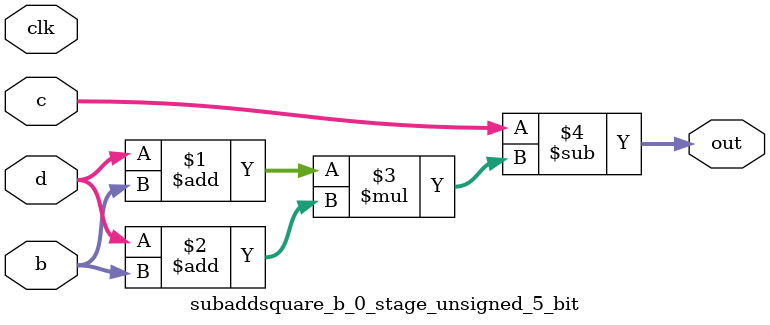
<source format=sv>
(* use_dsp = "yes" *) module subaddsquare_b_0_stage_unsigned_5_bit(
	input  [4:0] b,
	input  [4:0] c,
	input  [4:0] d,
	output [4:0] out,
	input clk);

	assign out = c - ((d + b) * (d + b));
endmodule

</source>
